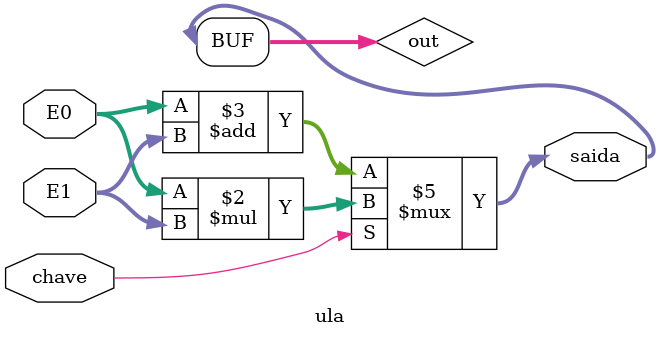
<source format=v>
module ula (
    input[15:0] E0,
    input[15:0] E1,
    input chave,
    output[15:0] saida
);

reg[15:0] out;

assign saida = out;

always @(E0, E1, chave) begin
     case(chave)
        1'b1 : out = E0 * E1;
        default : out = E0 + E1;
    endcase
end
endmodule
</source>
